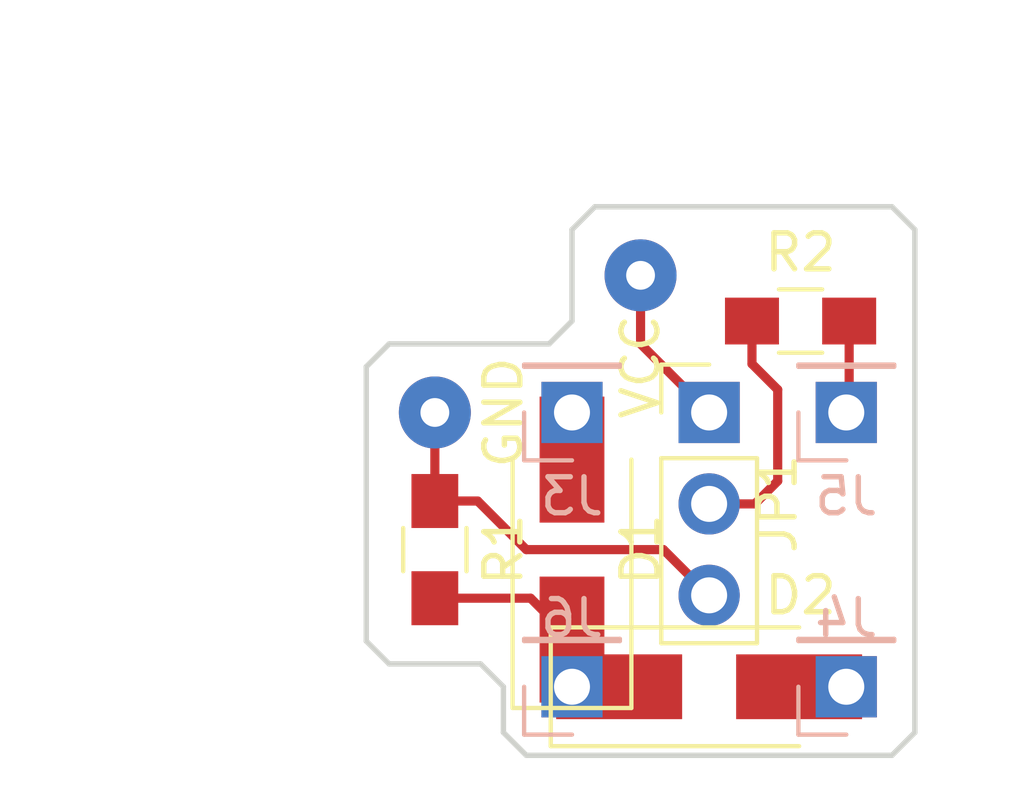
<source format=kicad_pcb>
(kicad_pcb (version 4) (host pcbnew 4.0.6)

  (general
    (links 10)
    (no_connects 0)
    (area 123.749999 47.549999 139.140001 62.940001)
    (thickness 1.6)
    (drawings 18)
    (tracks 16)
    (zones 0)
    (modules 11)
    (nets 8)
  )

  (page A4)
  (layers
    (0 F.Cu signal)
    (31 B.Cu signal)
    (32 B.Adhes user)
    (33 F.Adhes user)
    (34 B.Paste user)
    (35 F.Paste user)
    (36 B.SilkS user)
    (37 F.SilkS user)
    (38 B.Mask user)
    (39 F.Mask user)
    (40 Dwgs.User user)
    (41 Cmts.User user)
    (42 Eco1.User user)
    (43 Eco2.User user)
    (44 Edge.Cuts user)
    (45 Margin user)
    (46 B.CrtYd user)
    (47 F.CrtYd user)
    (48 B.Fab user)
    (49 F.Fab user)
  )

  (setup
    (last_trace_width 0.254)
    (trace_clearance 0.2032)
    (zone_clearance 0.508)
    (zone_45_only no)
    (trace_min 0.254)
    (segment_width 0.2)
    (edge_width 0.15)
    (via_size 0.6)
    (via_drill 0.4)
    (via_min_size 0.4)
    (via_min_drill 0.3)
    (uvia_size 0.3)
    (uvia_drill 0.1)
    (uvias_allowed no)
    (uvia_min_size 0.2)
    (uvia_min_drill 0.1)
    (pcb_text_width 0.3)
    (pcb_text_size 1.5 1.5)
    (mod_edge_width 0.15)
    (mod_text_size 1 1)
    (mod_text_width 0.15)
    (pad_size 1.524 1.524)
    (pad_drill 0.762)
    (pad_to_mask_clearance 0.2)
    (aux_axis_origin 0 0)
    (visible_elements FFFFFF7F)
    (pcbplotparams
      (layerselection 0x00030_80000001)
      (usegerberextensions false)
      (excludeedgelayer true)
      (linewidth 0.100000)
      (plotframeref false)
      (viasonmask false)
      (mode 1)
      (useauxorigin false)
      (hpglpennumber 1)
      (hpglpenspeed 20)
      (hpglpendiameter 15)
      (hpglpenoverlay 2)
      (psnegative false)
      (psa4output false)
      (plotreference true)
      (plotvalue true)
      (plotinvisibletext false)
      (padsonsilk false)
      (subtractmaskfromsilk false)
      (outputformat 1)
      (mirror false)
      (drillshape 1)
      (scaleselection 1)
      (outputdirectory ""))
  )

  (net 0 "")
  (net 1 ROM_P20)
  (net 2 ~MREQ~)
  (net 3 ~ROM_CS~)
  (net 4 VCC)
  (net 5 GND)
  (net 6 ROM_P27)
  (net 7 "Net-(JP1-Pad2)")

  (net_class Default "This is the default net class."
    (clearance 0.2032)
    (trace_width 0.254)
    (via_dia 0.6)
    (via_drill 0.4)
    (uvia_dia 0.3)
    (uvia_drill 0.1)
    (add_net GND)
    (add_net "Net-(JP1-Pad2)")
    (add_net ROM_P20)
    (add_net ROM_P27)
    (add_net VCC)
    (add_net ~MREQ~)
    (add_net ~ROM_CS~)
  )

  (module Diodes_SMD:D_SMA_Handsoldering (layer F.Cu) (tedit 58F537AF) (tstamp 58F3B911)
    (at 129.54 57.15 90)
    (descr "Diode SMA Handsoldering")
    (tags "Diode SMA Handsoldering")
    (path /58F38E59)
    (attr smd)
    (fp_text reference D1 (at 0 1.905 90) (layer F.SilkS)
      (effects (font (size 1 1) (thickness 0.15)))
    )
    (fp_text value BAT85 (at 0.05 4.4 90) (layer F.Fab)
      (effects (font (size 1 1) (thickness 0.15)))
    )
    (fp_line (start -4.4 -1.65) (end -4.4 1.65) (layer F.SilkS) (width 0.12))
    (fp_line (start 2.3 1.5) (end -2.3 1.5) (layer F.Fab) (width 0.1))
    (fp_line (start -2.3 1.5) (end -2.3 -1.5) (layer F.Fab) (width 0.1))
    (fp_line (start 2.3 -1.5) (end 2.3 1.5) (layer F.Fab) (width 0.1))
    (fp_line (start 2.3 -1.5) (end -2.3 -1.5) (layer F.Fab) (width 0.1))
    (fp_line (start -4.5 -1.75) (end 4.5 -1.75) (layer F.CrtYd) (width 0.05))
    (fp_line (start 4.5 -1.75) (end 4.5 1.75) (layer F.CrtYd) (width 0.05))
    (fp_line (start 4.5 1.75) (end -4.5 1.75) (layer F.CrtYd) (width 0.05))
    (fp_line (start -4.5 1.75) (end -4.5 -1.75) (layer F.CrtYd) (width 0.05))
    (fp_line (start -0.64944 0.00102) (end -1.55114 0.00102) (layer F.Fab) (width 0.1))
    (fp_line (start 0.50118 0.00102) (end 1.4994 0.00102) (layer F.Fab) (width 0.1))
    (fp_line (start -0.64944 -0.79908) (end -0.64944 0.80112) (layer F.Fab) (width 0.1))
    (fp_line (start 0.50118 0.75032) (end 0.50118 -0.79908) (layer F.Fab) (width 0.1))
    (fp_line (start -0.64944 0.00102) (end 0.50118 0.75032) (layer F.Fab) (width 0.1))
    (fp_line (start -0.64944 0.00102) (end 0.50118 -0.79908) (layer F.Fab) (width 0.1))
    (fp_line (start -4.4 1.65) (end 2.5 1.65) (layer F.SilkS) (width 0.12))
    (fp_line (start -4.4 -1.65) (end 2.5 -1.65) (layer F.SilkS) (width 0.12))
    (pad 1 smd rect (at -2.5 0 90) (size 3.5 1.8) (layers F.Cu F.Paste F.Mask)
      (net 1 ROM_P20))
    (pad 2 smd rect (at 2.5 0 90) (size 3.5 1.8) (layers F.Cu F.Paste F.Mask)
      (net 2 ~MREQ~))
    (model Diodes_SMD.3dshapes/D_SMA_Standard.wrl
      (at (xyz 0 0 0))
      (scale (xyz 1 1 1))
      (rotate (xyz 0 0 0))
    )
  )

  (module Diodes_SMD:D_SMA_Handsoldering (layer F.Cu) (tedit 58F538BB) (tstamp 58F3B917)
    (at 133.35 60.96)
    (descr "Diode SMA Handsoldering")
    (tags "Diode SMA Handsoldering")
    (path /58F38E96)
    (attr smd)
    (fp_text reference D2 (at 2.54 -2.54) (layer F.SilkS)
      (effects (font (size 1 1) (thickness 0.15)))
    )
    (fp_text value BAT85 (at 0 2.54) (layer F.Fab)
      (effects (font (size 1 1) (thickness 0.15)))
    )
    (fp_line (start -4.4 -1.65) (end -4.4 1.65) (layer F.SilkS) (width 0.12))
    (fp_line (start 2.3 1.5) (end -2.3 1.5) (layer F.Fab) (width 0.1))
    (fp_line (start -2.3 1.5) (end -2.3 -1.5) (layer F.Fab) (width 0.1))
    (fp_line (start 2.3 -1.5) (end 2.3 1.5) (layer F.Fab) (width 0.1))
    (fp_line (start 2.3 -1.5) (end -2.3 -1.5) (layer F.Fab) (width 0.1))
    (fp_line (start -4.5 -1.75) (end 4.5 -1.75) (layer F.CrtYd) (width 0.05))
    (fp_line (start 4.5 -1.75) (end 4.5 1.75) (layer F.CrtYd) (width 0.05))
    (fp_line (start 4.5 1.75) (end -4.5 1.75) (layer F.CrtYd) (width 0.05))
    (fp_line (start -4.5 1.75) (end -4.5 -1.75) (layer F.CrtYd) (width 0.05))
    (fp_line (start -0.64944 0.00102) (end -1.55114 0.00102) (layer F.Fab) (width 0.1))
    (fp_line (start 0.50118 0.00102) (end 1.4994 0.00102) (layer F.Fab) (width 0.1))
    (fp_line (start -0.64944 -0.79908) (end -0.64944 0.80112) (layer F.Fab) (width 0.1))
    (fp_line (start 0.50118 0.75032) (end 0.50118 -0.79908) (layer F.Fab) (width 0.1))
    (fp_line (start -0.64944 0.00102) (end 0.50118 0.75032) (layer F.Fab) (width 0.1))
    (fp_line (start -0.64944 0.00102) (end 0.50118 -0.79908) (layer F.Fab) (width 0.1))
    (fp_line (start -4.4 1.65) (end 2.5 1.65) (layer F.SilkS) (width 0.12))
    (fp_line (start -4.4 -1.65) (end 2.5 -1.65) (layer F.SilkS) (width 0.12))
    (pad 1 smd rect (at -2.5 0) (size 3.5 1.8) (layers F.Cu F.Paste F.Mask)
      (net 1 ROM_P20))
    (pad 2 smd rect (at 2.5 0) (size 3.5 1.8) (layers F.Cu F.Paste F.Mask)
      (net 3 ~ROM_CS~))
    (model Diodes_SMD.3dshapes/D_SMA_Standard.wrl
      (at (xyz 0 0 0))
      (scale (xyz 1 1 1))
      (rotate (xyz 0 0 0))
    )
  )

  (module Pin_Headers:Pin_Header_Straight_1x01_Pitch2.54mm (layer B.Cu) (tedit 58CD4EC1) (tstamp 58F3B926)
    (at 129.54 53.34)
    (descr "Through hole straight pin header, 1x01, 2.54mm pitch, single row")
    (tags "Through hole pin header THT 1x01 2.54mm single row")
    (path /58F3B754)
    (fp_text reference J3 (at 0 2.33) (layer B.SilkS)
      (effects (font (size 1 1) (thickness 0.15)) (justify mirror))
    )
    (fp_text value CONN_01X01 (at 0 -2.33) (layer B.Fab)
      (effects (font (size 1 1) (thickness 0.15)) (justify mirror))
    )
    (fp_line (start -1.27 1.27) (end -1.27 -1.27) (layer B.Fab) (width 0.1))
    (fp_line (start -1.27 -1.27) (end 1.27 -1.27) (layer B.Fab) (width 0.1))
    (fp_line (start 1.27 -1.27) (end 1.27 1.27) (layer B.Fab) (width 0.1))
    (fp_line (start 1.27 1.27) (end -1.27 1.27) (layer B.Fab) (width 0.1))
    (fp_line (start -1.33 -1.27) (end -1.33 -1.33) (layer B.SilkS) (width 0.12))
    (fp_line (start -1.33 -1.33) (end 1.33 -1.33) (layer B.SilkS) (width 0.12))
    (fp_line (start 1.33 -1.33) (end 1.33 -1.27) (layer B.SilkS) (width 0.12))
    (fp_line (start 1.33 -1.27) (end -1.33 -1.27) (layer B.SilkS) (width 0.12))
    (fp_line (start -1.33 0) (end -1.33 1.33) (layer B.SilkS) (width 0.12))
    (fp_line (start -1.33 1.33) (end 0 1.33) (layer B.SilkS) (width 0.12))
    (fp_line (start -1.8 1.8) (end -1.8 -1.8) (layer B.CrtYd) (width 0.05))
    (fp_line (start -1.8 -1.8) (end 1.8 -1.8) (layer B.CrtYd) (width 0.05))
    (fp_line (start 1.8 -1.8) (end 1.8 1.8) (layer B.CrtYd) (width 0.05))
    (fp_line (start 1.8 1.8) (end -1.8 1.8) (layer B.CrtYd) (width 0.05))
    (fp_text user %R (at 0 2.33) (layer B.Fab)
      (effects (font (size 1 1) (thickness 0.15)) (justify mirror))
    )
    (pad 1 thru_hole rect (at 0 0) (size 1.7 1.7) (drill 1) (layers *.Cu *.Mask)
      (net 2 ~MREQ~))
    (model ${KISYS3DMOD}/Pin_Headers.3dshapes/Pin_Header_Straight_1x01_Pitch2.54mm.wrl
      (at (xyz 0 0 0))
      (scale (xyz 1 1 1))
      (rotate (xyz 0 0 90))
    )
  )

  (module Pin_Headers:Pin_Header_Straight_1x01_Pitch2.54mm (layer B.Cu) (tedit 58F3E549) (tstamp 58F3B92B)
    (at 137.16 60.96)
    (descr "Through hole straight pin header, 1x01, 2.54mm pitch, single row")
    (tags "Through hole pin header THT 1x01 2.54mm single row")
    (path /58F3B673)
    (fp_text reference J4 (at 0 -1.905) (layer B.SilkS)
      (effects (font (size 1 1) (thickness 0.15)) (justify mirror))
    )
    (fp_text value CONN_01X01 (at 0 -2.33) (layer B.Fab)
      (effects (font (size 1 1) (thickness 0.15)) (justify mirror))
    )
    (fp_line (start -1.27 1.27) (end -1.27 -1.27) (layer B.Fab) (width 0.1))
    (fp_line (start -1.27 -1.27) (end 1.27 -1.27) (layer B.Fab) (width 0.1))
    (fp_line (start 1.27 -1.27) (end 1.27 1.27) (layer B.Fab) (width 0.1))
    (fp_line (start 1.27 1.27) (end -1.27 1.27) (layer B.Fab) (width 0.1))
    (fp_line (start -1.33 -1.27) (end -1.33 -1.33) (layer B.SilkS) (width 0.12))
    (fp_line (start -1.33 -1.33) (end 1.33 -1.33) (layer B.SilkS) (width 0.12))
    (fp_line (start 1.33 -1.33) (end 1.33 -1.27) (layer B.SilkS) (width 0.12))
    (fp_line (start 1.33 -1.27) (end -1.33 -1.27) (layer B.SilkS) (width 0.12))
    (fp_line (start -1.33 0) (end -1.33 1.33) (layer B.SilkS) (width 0.12))
    (fp_line (start -1.33 1.33) (end 0 1.33) (layer B.SilkS) (width 0.12))
    (fp_line (start -1.8 1.8) (end -1.8 -1.8) (layer B.CrtYd) (width 0.05))
    (fp_line (start -1.8 -1.8) (end 1.8 -1.8) (layer B.CrtYd) (width 0.05))
    (fp_line (start 1.8 -1.8) (end 1.8 1.8) (layer B.CrtYd) (width 0.05))
    (fp_line (start 1.8 1.8) (end -1.8 1.8) (layer B.CrtYd) (width 0.05))
    (fp_text user %R (at 0 2.33) (layer B.Fab)
      (effects (font (size 1 1) (thickness 0.15)) (justify mirror))
    )
    (pad 1 thru_hole rect (at 0 0) (size 1.7 1.7) (drill 1) (layers *.Cu *.Mask)
      (net 3 ~ROM_CS~))
    (model ${KISYS3DMOD}/Pin_Headers.3dshapes/Pin_Header_Straight_1x01_Pitch2.54mm.wrl
      (at (xyz 0 0 0))
      (scale (xyz 1 1 1))
      (rotate (xyz 0 0 90))
    )
  )

  (module Pin_Headers:Pin_Header_Straight_1x01_Pitch2.54mm (layer B.Cu) (tedit 58CD4EC1) (tstamp 58F3B930)
    (at 137.16 53.34)
    (descr "Through hole straight pin header, 1x01, 2.54mm pitch, single row")
    (tags "Through hole pin header THT 1x01 2.54mm single row")
    (path /58F3B7FF)
    (fp_text reference J5 (at 0 2.33) (layer B.SilkS)
      (effects (font (size 1 1) (thickness 0.15)) (justify mirror))
    )
    (fp_text value CONN_01X01 (at 0 -2.33) (layer B.Fab)
      (effects (font (size 1 1) (thickness 0.15)) (justify mirror))
    )
    (fp_line (start -1.27 1.27) (end -1.27 -1.27) (layer B.Fab) (width 0.1))
    (fp_line (start -1.27 -1.27) (end 1.27 -1.27) (layer B.Fab) (width 0.1))
    (fp_line (start 1.27 -1.27) (end 1.27 1.27) (layer B.Fab) (width 0.1))
    (fp_line (start 1.27 1.27) (end -1.27 1.27) (layer B.Fab) (width 0.1))
    (fp_line (start -1.33 -1.27) (end -1.33 -1.33) (layer B.SilkS) (width 0.12))
    (fp_line (start -1.33 -1.33) (end 1.33 -1.33) (layer B.SilkS) (width 0.12))
    (fp_line (start 1.33 -1.33) (end 1.33 -1.27) (layer B.SilkS) (width 0.12))
    (fp_line (start 1.33 -1.27) (end -1.33 -1.27) (layer B.SilkS) (width 0.12))
    (fp_line (start -1.33 0) (end -1.33 1.33) (layer B.SilkS) (width 0.12))
    (fp_line (start -1.33 1.33) (end 0 1.33) (layer B.SilkS) (width 0.12))
    (fp_line (start -1.8 1.8) (end -1.8 -1.8) (layer B.CrtYd) (width 0.05))
    (fp_line (start -1.8 -1.8) (end 1.8 -1.8) (layer B.CrtYd) (width 0.05))
    (fp_line (start 1.8 -1.8) (end 1.8 1.8) (layer B.CrtYd) (width 0.05))
    (fp_line (start 1.8 1.8) (end -1.8 1.8) (layer B.CrtYd) (width 0.05))
    (fp_text user %R (at 0 2.33) (layer B.Fab)
      (effects (font (size 1 1) (thickness 0.15)) (justify mirror))
    )
    (pad 1 thru_hole rect (at 0 0) (size 1.7 1.7) (drill 1) (layers *.Cu *.Mask)
      (net 6 ROM_P27))
    (model ${KISYS3DMOD}/Pin_Headers.3dshapes/Pin_Header_Straight_1x01_Pitch2.54mm.wrl
      (at (xyz 0 0 0))
      (scale (xyz 1 1 1))
      (rotate (xyz 0 0 90))
    )
  )

  (module Pin_Headers:Pin_Header_Straight_1x01_Pitch2.54mm (layer B.Cu) (tedit 58F3E542) (tstamp 58F3B935)
    (at 129.54 60.96)
    (descr "Through hole straight pin header, 1x01, 2.54mm pitch, single row")
    (tags "Through hole pin header THT 1x01 2.54mm single row")
    (path /58F3B633)
    (fp_text reference J6 (at 0 -1.905) (layer B.SilkS)
      (effects (font (size 1 1) (thickness 0.15)) (justify mirror))
    )
    (fp_text value CONN_01X01 (at 0 -2.33) (layer B.Fab)
      (effects (font (size 1 1) (thickness 0.15)) (justify mirror))
    )
    (fp_line (start -1.27 1.27) (end -1.27 -1.27) (layer B.Fab) (width 0.1))
    (fp_line (start -1.27 -1.27) (end 1.27 -1.27) (layer B.Fab) (width 0.1))
    (fp_line (start 1.27 -1.27) (end 1.27 1.27) (layer B.Fab) (width 0.1))
    (fp_line (start 1.27 1.27) (end -1.27 1.27) (layer B.Fab) (width 0.1))
    (fp_line (start -1.33 -1.27) (end -1.33 -1.33) (layer B.SilkS) (width 0.12))
    (fp_line (start -1.33 -1.33) (end 1.33 -1.33) (layer B.SilkS) (width 0.12))
    (fp_line (start 1.33 -1.33) (end 1.33 -1.27) (layer B.SilkS) (width 0.12))
    (fp_line (start 1.33 -1.27) (end -1.33 -1.27) (layer B.SilkS) (width 0.12))
    (fp_line (start -1.33 0) (end -1.33 1.33) (layer B.SilkS) (width 0.12))
    (fp_line (start -1.33 1.33) (end 0 1.33) (layer B.SilkS) (width 0.12))
    (fp_line (start -1.8 1.8) (end -1.8 -1.8) (layer B.CrtYd) (width 0.05))
    (fp_line (start -1.8 -1.8) (end 1.8 -1.8) (layer B.CrtYd) (width 0.05))
    (fp_line (start 1.8 -1.8) (end 1.8 1.8) (layer B.CrtYd) (width 0.05))
    (fp_line (start 1.8 1.8) (end -1.8 1.8) (layer B.CrtYd) (width 0.05))
    (fp_text user %R (at 0 2.33) (layer B.Fab)
      (effects (font (size 1 1) (thickness 0.15)) (justify mirror))
    )
    (pad 1 thru_hole rect (at 0 0) (size 1.7 1.7) (drill 1) (layers *.Cu *.Mask)
      (net 1 ROM_P20))
    (model ${KISYS3DMOD}/Pin_Headers.3dshapes/Pin_Header_Straight_1x01_Pitch2.54mm.wrl
      (at (xyz 0 0 0))
      (scale (xyz 1 1 1))
      (rotate (xyz 0 0 90))
    )
  )

  (module Resistors_SMD:R_0805_HandSoldering (layer F.Cu) (tedit 58F539D4) (tstamp 58F3BA86)
    (at 125.73 57.15 270)
    (descr "Resistor SMD 0805, hand soldering")
    (tags "resistor 0805")
    (path /58F38EB7)
    (attr smd)
    (fp_text reference R1 (at 0 -1.905 270) (layer F.SilkS)
      (effects (font (size 1 1) (thickness 0.15)))
    )
    (fp_text value 10k (at 0 1.75 270) (layer F.Fab)
      (effects (font (size 1 1) (thickness 0.15)))
    )
    (fp_text user %R (at 0 0 270) (layer F.Fab)
      (effects (font (size 0.5 0.5) (thickness 0.075)))
    )
    (fp_line (start -1 0.62) (end -1 -0.62) (layer F.Fab) (width 0.1))
    (fp_line (start 1 0.62) (end -1 0.62) (layer F.Fab) (width 0.1))
    (fp_line (start 1 -0.62) (end 1 0.62) (layer F.Fab) (width 0.1))
    (fp_line (start -1 -0.62) (end 1 -0.62) (layer F.Fab) (width 0.1))
    (fp_line (start 0.6 0.88) (end -0.6 0.88) (layer F.SilkS) (width 0.12))
    (fp_line (start -0.6 -0.88) (end 0.6 -0.88) (layer F.SilkS) (width 0.12))
    (fp_line (start -2.35 -0.9) (end 2.35 -0.9) (layer F.CrtYd) (width 0.05))
    (fp_line (start -2.35 -0.9) (end -2.35 0.9) (layer F.CrtYd) (width 0.05))
    (fp_line (start 2.35 0.9) (end 2.35 -0.9) (layer F.CrtYd) (width 0.05))
    (fp_line (start 2.35 0.9) (end -2.35 0.9) (layer F.CrtYd) (width 0.05))
    (pad 1 smd rect (at -1.35 0 270) (size 1.5 1.3) (layers F.Cu F.Paste F.Mask)
      (net 5 GND))
    (pad 2 smd rect (at 1.35 0 270) (size 1.5 1.3) (layers F.Cu F.Paste F.Mask)
      (net 1 ROM_P20))
    (model ${KISYS3DMOD}/Resistors_SMD.3dshapes/R_0805.wrl
      (at (xyz 0 0 0))
      (scale (xyz 1 1 1))
      (rotate (xyz 0 0 0))
    )
  )

  (module Resistors_SMD:R_0805_HandSoldering (layer F.Cu) (tedit 58F536A9) (tstamp 58F3BA8C)
    (at 135.89 50.8 180)
    (descr "Resistor SMD 0805, hand soldering")
    (tags "resistor 0805")
    (path /58F3900A)
    (attr smd)
    (fp_text reference R2 (at 0 1.905 180) (layer F.SilkS)
      (effects (font (size 1 1) (thickness 0.15)))
    )
    (fp_text value 1k0 (at 0 1.75 180) (layer F.Fab)
      (effects (font (size 1 1) (thickness 0.15)))
    )
    (fp_text user %R (at 0 0 180) (layer F.Fab)
      (effects (font (size 0.5 0.5) (thickness 0.075)))
    )
    (fp_line (start -1 0.62) (end -1 -0.62) (layer F.Fab) (width 0.1))
    (fp_line (start 1 0.62) (end -1 0.62) (layer F.Fab) (width 0.1))
    (fp_line (start 1 -0.62) (end 1 0.62) (layer F.Fab) (width 0.1))
    (fp_line (start -1 -0.62) (end 1 -0.62) (layer F.Fab) (width 0.1))
    (fp_line (start 0.6 0.88) (end -0.6 0.88) (layer F.SilkS) (width 0.12))
    (fp_line (start -0.6 -0.88) (end 0.6 -0.88) (layer F.SilkS) (width 0.12))
    (fp_line (start -2.35 -0.9) (end 2.35 -0.9) (layer F.CrtYd) (width 0.05))
    (fp_line (start -2.35 -0.9) (end -2.35 0.9) (layer F.CrtYd) (width 0.05))
    (fp_line (start 2.35 0.9) (end 2.35 -0.9) (layer F.CrtYd) (width 0.05))
    (fp_line (start 2.35 0.9) (end -2.35 0.9) (layer F.CrtYd) (width 0.05))
    (pad 1 smd rect (at -1.35 0 180) (size 1.5 1.3) (layers F.Cu F.Paste F.Mask)
      (net 6 ROM_P27))
    (pad 2 smd rect (at 1.35 0 180) (size 1.5 1.3) (layers F.Cu F.Paste F.Mask)
      (net 7 "Net-(JP1-Pad2)"))
    (model ${KISYS3DMOD}/Resistors_SMD.3dshapes/R_0805.wrl
      (at (xyz 0 0 0))
      (scale (xyz 1 1 1))
      (rotate (xyz 0 0 0))
    )
  )

  (module Wire_Pads:SolderWirePad_single_0-8mmDrill (layer F.Cu) (tedit 58F537C3) (tstamp 58F52D6C)
    (at 131.445 49.53)
    (path /58F3B856)
    (fp_text reference VCC (at 0 2.54 90) (layer F.SilkS)
      (effects (font (size 1 1) (thickness 0.15)))
    )
    (fp_text value CONN_01X01 (at 0 2.54) (layer F.Fab)
      (effects (font (size 1 1) (thickness 0.15)))
    )
    (pad 1 thru_hole circle (at 0 0) (size 1.99898 1.99898) (drill 0.8001) (layers *.Cu *.Mask)
      (net 4 VCC))
  )

  (module Wire_Pads:SolderWirePad_single_0-8mmDrill (layer F.Cu) (tedit 58F539C2) (tstamp 58F52D71)
    (at 125.73 53.34)
    (path /58F3B8A0)
    (fp_text reference GND (at 1.905 0 90) (layer F.SilkS)
      (effects (font (size 1 1) (thickness 0.15)))
    )
    (fp_text value CONN_01X01 (at 0 2.54) (layer F.Fab)
      (effects (font (size 1 1) (thickness 0.15)))
    )
    (pad 1 thru_hole circle (at 0 0) (size 1.99898 1.99898) (drill 0.8001) (layers *.Cu *.Mask)
      (net 5 GND))
  )

  (module Pin_Headers:Pin_Header_Straight_1x03_Pitch2.54mm (layer F.Cu) (tedit 58F538ED) (tstamp 58F53967)
    (at 133.35 53.34)
    (descr "Through hole straight pin header, 1x03, 2.54mm pitch, single row")
    (tags "Through hole pin header THT 1x03 2.54mm single row")
    (path /58F38DED)
    (fp_text reference JP1 (at 1.905 2.54 90) (layer F.SilkS)
      (effects (font (size 1 1) (thickness 0.15)))
    )
    (fp_text value CONN_01X03_MALE (at 0 7.41) (layer F.Fab)
      (effects (font (size 1 1) (thickness 0.15)))
    )
    (fp_line (start -1.27 -1.27) (end -1.27 6.35) (layer F.Fab) (width 0.1))
    (fp_line (start -1.27 6.35) (end 1.27 6.35) (layer F.Fab) (width 0.1))
    (fp_line (start 1.27 6.35) (end 1.27 -1.27) (layer F.Fab) (width 0.1))
    (fp_line (start 1.27 -1.27) (end -1.27 -1.27) (layer F.Fab) (width 0.1))
    (fp_line (start -1.33 1.27) (end -1.33 6.41) (layer F.SilkS) (width 0.12))
    (fp_line (start -1.33 6.41) (end 1.33 6.41) (layer F.SilkS) (width 0.12))
    (fp_line (start 1.33 6.41) (end 1.33 1.27) (layer F.SilkS) (width 0.12))
    (fp_line (start 1.33 1.27) (end -1.33 1.27) (layer F.SilkS) (width 0.12))
    (fp_line (start -1.33 0) (end -1.33 -1.33) (layer F.SilkS) (width 0.12))
    (fp_line (start -1.33 -1.33) (end 0 -1.33) (layer F.SilkS) (width 0.12))
    (fp_line (start -1.8 -1.8) (end -1.8 6.85) (layer F.CrtYd) (width 0.05))
    (fp_line (start -1.8 6.85) (end 1.8 6.85) (layer F.CrtYd) (width 0.05))
    (fp_line (start 1.8 6.85) (end 1.8 -1.8) (layer F.CrtYd) (width 0.05))
    (fp_line (start 1.8 -1.8) (end -1.8 -1.8) (layer F.CrtYd) (width 0.05))
    (fp_text user %R (at 0 -2.33) (layer F.Fab)
      (effects (font (size 1 1) (thickness 0.15)))
    )
    (pad 1 thru_hole rect (at 0 0) (size 1.7 1.7) (drill 1) (layers *.Cu *.Mask)
      (net 4 VCC))
    (pad 2 thru_hole oval (at 0 2.54) (size 1.7 1.7) (drill 1) (layers *.Cu *.Mask)
      (net 7 "Net-(JP1-Pad2)"))
    (pad 3 thru_hole oval (at 0 5.08) (size 1.7 1.7) (drill 1) (layers *.Cu *.Mask)
      (net 5 GND))
    (model ${KISYS3DMOD}/Pin_Headers.3dshapes/Pin_Header_Straight_1x03_Pitch2.54mm.wrl
      (at (xyz 0 -0.1 0))
      (scale (xyz 1 1 1))
      (rotate (xyz 0 0 90))
    )
  )

  (gr_line (start 124.46 51.435) (end 128.905 51.435) (angle 90) (layer Edge.Cuts) (width 0.15))
  (gr_line (start 127 60.325) (end 124.46 60.325) (angle 90) (layer Edge.Cuts) (width 0.15))
  (dimension 15.24 (width 0.3) (layer Dwgs.User)
    (gr_text "15.240 mm" (at 119.935 55.245 90) (layer Dwgs.User)
      (effects (font (size 1.5 1.5) (thickness 0.3)))
    )
    (feature1 (pts (xy 123.825 47.625) (xy 118.585 47.625)))
    (feature2 (pts (xy 123.825 62.865) (xy 118.585 62.865)))
    (crossbar (pts (xy 121.285 62.865) (xy 121.285 47.625)))
    (arrow1a (pts (xy 121.285 47.625) (xy 121.871421 48.751504)))
    (arrow1b (pts (xy 121.285 47.625) (xy 120.698579 48.751504)))
    (arrow2a (pts (xy 121.285 62.865) (xy 121.871421 61.738496)))
    (arrow2b (pts (xy 121.285 62.865) (xy 120.698579 61.738496)))
  )
  (dimension 14.605 (width 0.3) (layer Dwgs.User)
    (gr_text "14.605 mm" (at 131.7625 43.735) (layer Dwgs.User)
      (effects (font (size 1.5 1.5) (thickness 0.3)))
    )
    (feature1 (pts (xy 124.46 46.99) (xy 124.46 42.385)))
    (feature2 (pts (xy 139.065 46.99) (xy 139.065 42.385)))
    (crossbar (pts (xy 139.065 45.085) (xy 124.46 45.085)))
    (arrow1a (pts (xy 124.46 45.085) (xy 125.586504 44.498579)))
    (arrow1b (pts (xy 124.46 45.085) (xy 125.586504 45.671421)))
    (arrow2a (pts (xy 139.065 45.085) (xy 137.938496 44.498579)))
    (arrow2b (pts (xy 139.065 45.085) (xy 137.938496 45.671421)))
  )
  (gr_line (start 130.175 47.625) (end 138.43 47.625) (angle 90) (layer Edge.Cuts) (width 0.15))
  (gr_line (start 129.54 50.8) (end 129.54 48.26) (angle 90) (layer Edge.Cuts) (width 0.15))
  (gr_line (start 123.825 59.69) (end 123.825 52.07) (angle 90) (layer Edge.Cuts) (width 0.15))
  (gr_line (start 127.635 60.96) (end 127.635 62.23) (angle 90) (layer Edge.Cuts) (width 0.15))
  (gr_line (start 138.43 62.865) (end 128.27 62.865) (angle 90) (layer Edge.Cuts) (width 0.15))
  (gr_line (start 127.635 62.23) (end 128.27 62.865) (angle 90) (layer Edge.Cuts) (width 0.15))
  (gr_line (start 127 60.325) (end 127.635 60.96) (angle 90) (layer Edge.Cuts) (width 0.15))
  (gr_line (start 139.065 48.26) (end 139.065 62.23) (angle 90) (layer Edge.Cuts) (width 0.15))
  (gr_line (start 123.825 52.07) (end 124.46 51.435) (angle 90) (layer Edge.Cuts) (width 0.15))
  (gr_line (start 123.825 59.69) (end 124.46 60.325) (angle 90) (layer Edge.Cuts) (width 0.15))
  (gr_line (start 139.065 62.23) (end 138.43 62.865) (angle 90) (layer Edge.Cuts) (width 0.15))
  (gr_line (start 139.065 48.26) (end 138.43 47.625) (angle 90) (layer Edge.Cuts) (width 0.15))
  (gr_line (start 129.54 50.8) (end 128.905 51.435) (angle 90) (layer Edge.Cuts) (width 0.15))
  (gr_line (start 130.175 47.625) (end 129.54 48.26) (angle 90) (layer Edge.Cuts) (width 0.15))

  (segment (start 125.73 58.5) (end 128.39 58.5) (width 0.254) (layer F.Cu) (net 1) (status 400000))
  (segment (start 128.39 58.5) (end 129.54 59.65) (width 0.254) (layer F.Cu) (net 1) (tstamp 58F53A67) (status 800000))
  (segment (start 131.445 49.53) (end 131.445 51.435) (width 0.254) (layer F.Cu) (net 4) (status 10))
  (segment (start 131.445 51.435) (end 133.35 53.34) (width 0.254) (layer F.Cu) (net 4) (tstamp 58F5373F) (status 20))
  (segment (start 125.73 55.8) (end 126.92 55.8) (width 0.254) (layer F.Cu) (net 5) (status 400000))
  (segment (start 132.08 57.15) (end 133.35 58.42) (width 0.254) (layer F.Cu) (net 5) (tstamp 58F53A6E) (status 800000))
  (segment (start 128.27 57.15) (end 132.08 57.15) (width 0.254) (layer F.Cu) (net 5) (tstamp 58F53A6C))
  (segment (start 126.92 55.8) (end 128.27 57.15) (width 0.254) (layer F.Cu) (net 5) (tstamp 58F53A6A))
  (segment (start 125.73 53.34) (end 125.73 55.8) (width 0.254) (layer F.Cu) (net 5) (status C00000))
  (segment (start 137.24 50.8) (end 137.24 53.26) (width 0.254) (layer F.Cu) (net 6) (status C00000))
  (segment (start 137.24 53.26) (end 137.16 53.34) (width 0.254) (layer F.Cu) (net 6) (tstamp 58F53A75) (status C00000))
  (segment (start 134.54 50.8) (end 134.54 51.99) (width 0.254) (layer F.Cu) (net 7) (status 10))
  (segment (start 134.62 55.88) (end 133.35 55.88) (width 0.254) (layer F.Cu) (net 7) (tstamp 58F53739) (status 20))
  (segment (start 135.255 55.245) (end 134.62 55.88) (width 0.254) (layer F.Cu) (net 7) (tstamp 58F53735))
  (segment (start 135.255 52.705) (end 135.255 55.245) (width 0.254) (layer F.Cu) (net 7) (tstamp 58F53733))
  (segment (start 134.54 51.99) (end 135.255 52.705) (width 0.254) (layer F.Cu) (net 7) (tstamp 58F5372D))

)

</source>
